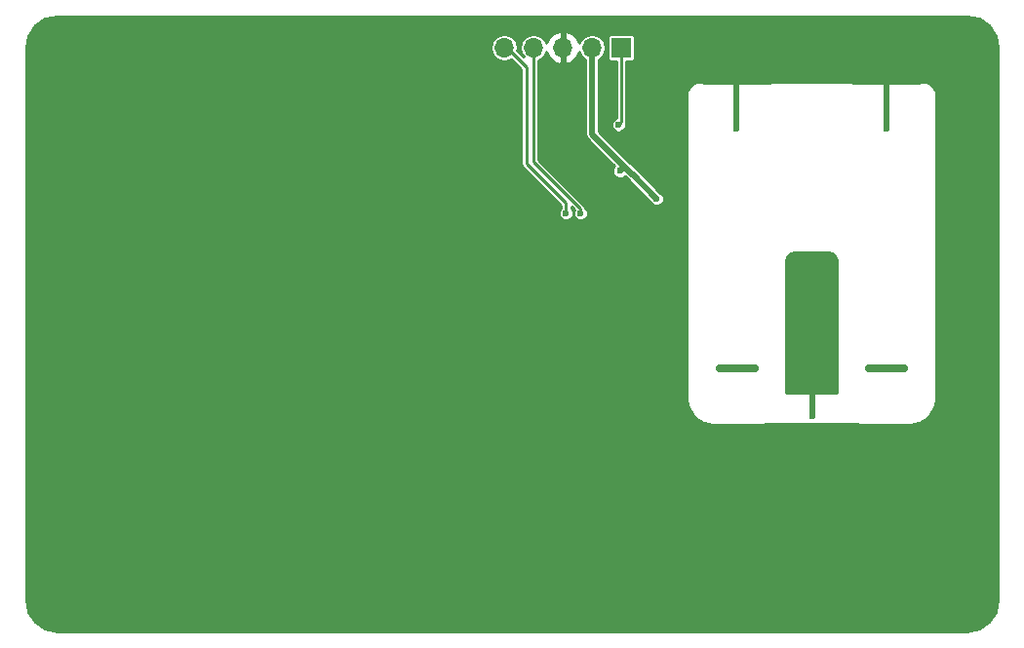
<source format=gbr>
G04 #@! TF.FileFunction,Copper,L2,Bot,Signal*
%FSLAX46Y46*%
G04 Gerber Fmt 4.6, Leading zero omitted, Abs format (unit mm)*
G04 Created by KiCad (PCBNEW 4.0.7) date 07/08/18 18:21:33*
%MOMM*%
%LPD*%
G01*
G04 APERTURE LIST*
%ADD10C,0.100000*%
%ADD11C,0.700000*%
%ADD12R,1.700000X1.700000*%
%ADD13O,1.700000X1.700000*%
%ADD14C,0.600000*%
%ADD15C,0.500000*%
%ADD16C,0.250000*%
%ADD17C,0.254000*%
G04 APERTURE END LIST*
D10*
D11*
X120531191Y-85883714D02*
X123578810Y-85883714D01*
X133517191Y-85883714D02*
X136564810Y-85883714D01*
D12*
X112000000Y-58000000D03*
D13*
X109460000Y-58000000D03*
X106920000Y-58000000D03*
X104380000Y-58000000D03*
X101840000Y-58000000D03*
D14*
X111887000Y-68707000D03*
X115062000Y-71120000D03*
X128587500Y-89979490D03*
X139906000Y-98933000D03*
X125698000Y-98933000D03*
X111887000Y-73025000D03*
X122000000Y-65000000D03*
X135000000Y-65000000D03*
X111760000Y-64719188D03*
X108458000Y-72390000D03*
X107188000Y-72390032D03*
D15*
X112268000Y-68326000D02*
X111887000Y-68707000D01*
D16*
X112186999Y-68407001D02*
X112268000Y-68326000D01*
D15*
X128587500Y-84391500D02*
X128587500Y-89999736D01*
D16*
X128587500Y-89999736D02*
X128587500Y-89979490D01*
D15*
X109460000Y-65518000D02*
X110998000Y-67056000D01*
X110998000Y-67056000D02*
X112014000Y-68072000D01*
X109460000Y-58000000D02*
X109460000Y-65518000D01*
X112014000Y-68072000D02*
X112268000Y-68326000D01*
X112268000Y-68326000D02*
X113030000Y-69088000D01*
X112902992Y-68960992D02*
X115062000Y-71120000D01*
X122000000Y-64374999D02*
X122000000Y-65000000D01*
X135000000Y-64300000D02*
X135000000Y-65000000D01*
X135000000Y-59300000D02*
X135000000Y-64300000D01*
D16*
X134600000Y-58900000D02*
X135000000Y-59300000D01*
D15*
X122000000Y-58900000D02*
X122000000Y-64374999D01*
D16*
X122000000Y-57000000D02*
X122000000Y-58900000D01*
X122000000Y-58900000D02*
X134600000Y-58900000D01*
X121380000Y-56380000D02*
X122000000Y-57000000D01*
X106920000Y-56380000D02*
X121380000Y-56380000D01*
X106920000Y-58000000D02*
X106920000Y-56380000D01*
X106920000Y-58000000D02*
X106920000Y-56797919D01*
X112000000Y-64479188D02*
X111760000Y-64719188D01*
X112000000Y-58000000D02*
X112000000Y-64479188D01*
X104380000Y-58000000D02*
X104380000Y-67931000D01*
X104380000Y-67931000D02*
X108458000Y-72009000D01*
X108458000Y-72009000D02*
X108458000Y-72390000D01*
X101840000Y-58000000D02*
X102069000Y-58000000D01*
X107188000Y-71501000D02*
X107188000Y-72390032D01*
X102069000Y-58000000D02*
X103759000Y-59690000D01*
X103759000Y-59690000D02*
X103759000Y-68072000D01*
X103759000Y-68072000D02*
X107188000Y-71501000D01*
D17*
G36*
X143030215Y-55512838D02*
X143903591Y-56096411D01*
X144487162Y-56969785D01*
X144698000Y-58029744D01*
X144698000Y-105970256D01*
X144487162Y-107030215D01*
X143903591Y-107903589D01*
X143030215Y-108487162D01*
X141970257Y-108698000D01*
X63029744Y-108698000D01*
X61969785Y-108487162D01*
X61096411Y-107903591D01*
X60512838Y-107030215D01*
X60302000Y-105970257D01*
X60302000Y-58029743D01*
X60312502Y-57976941D01*
X100663000Y-57976941D01*
X100663000Y-58023059D01*
X100752594Y-58473477D01*
X101007735Y-58855324D01*
X101389582Y-59110465D01*
X101840000Y-59200059D01*
X102290418Y-59110465D01*
X102440176Y-59010400D01*
X103307000Y-59877224D01*
X103307000Y-68072000D01*
X103341406Y-68244973D01*
X103439388Y-68391612D01*
X106736000Y-71688224D01*
X106736000Y-71955304D01*
X106656765Y-72034401D01*
X106561109Y-72264767D01*
X106560891Y-72514203D01*
X106656145Y-72744735D01*
X106832369Y-72921267D01*
X107062735Y-73016923D01*
X107312171Y-73017141D01*
X107542703Y-72921887D01*
X107719235Y-72745663D01*
X107814891Y-72515297D01*
X107815109Y-72265861D01*
X107719855Y-72035329D01*
X107640000Y-71955334D01*
X107640000Y-71830224D01*
X107902524Y-72092748D01*
X107831109Y-72264735D01*
X107830891Y-72514171D01*
X107926145Y-72744703D01*
X108102369Y-72921235D01*
X108332735Y-73016891D01*
X108582171Y-73017109D01*
X108812703Y-72921855D01*
X108989235Y-72745631D01*
X109084891Y-72515265D01*
X109085109Y-72265829D01*
X108989855Y-72035297D01*
X108896661Y-71941940D01*
X108875594Y-71836027D01*
X108777612Y-71689388D01*
X104832000Y-67743776D01*
X104832000Y-59109408D01*
X105212265Y-58855324D01*
X105467406Y-58473477D01*
X105487001Y-58374965D01*
X105724817Y-58881358D01*
X106153076Y-59271645D01*
X106563110Y-59441476D01*
X106793000Y-59320155D01*
X106793000Y-58127000D01*
X106773000Y-58127000D01*
X106773000Y-57873000D01*
X106793000Y-57873000D01*
X106793000Y-56679845D01*
X107047000Y-56679845D01*
X107047000Y-57873000D01*
X107067000Y-57873000D01*
X107067000Y-58127000D01*
X107047000Y-58127000D01*
X107047000Y-59320155D01*
X107276890Y-59441476D01*
X107686924Y-59271645D01*
X108115183Y-58881358D01*
X108352999Y-58374965D01*
X108372594Y-58473477D01*
X108627735Y-58855324D01*
X108883000Y-59025886D01*
X108883000Y-65517995D01*
X108882999Y-65518000D01*
X108926922Y-65738808D01*
X109051999Y-65926001D01*
X110589997Y-67463998D01*
X110589999Y-67464001D01*
X111416619Y-68290621D01*
X111355765Y-68351369D01*
X111260109Y-68581735D01*
X111259891Y-68831171D01*
X111355145Y-69061703D01*
X111531369Y-69238235D01*
X111761735Y-69333891D01*
X112011171Y-69334109D01*
X112241703Y-69238855D01*
X112303332Y-69177333D01*
X112494989Y-69368990D01*
X112494991Y-69368993D01*
X114480463Y-71354464D01*
X114530145Y-71474703D01*
X114706369Y-71651235D01*
X114936735Y-71746891D01*
X115186171Y-71747109D01*
X115416703Y-71651855D01*
X115593235Y-71475631D01*
X115688891Y-71245265D01*
X115689109Y-70995829D01*
X115593855Y-70765297D01*
X115417631Y-70588765D01*
X115296446Y-70538445D01*
X113310993Y-68552991D01*
X113310990Y-68552989D01*
X112676001Y-67917999D01*
X112675998Y-67917997D01*
X112422001Y-67663999D01*
X111406001Y-66647999D01*
X111405998Y-66647997D01*
X110037000Y-65278998D01*
X110037000Y-59025886D01*
X110292265Y-58855324D01*
X110547406Y-58473477D01*
X110637000Y-58023059D01*
X110637000Y-57976941D01*
X110547406Y-57526523D01*
X110295823Y-57150000D01*
X110816594Y-57150000D01*
X110816594Y-58850000D01*
X110839395Y-58971179D01*
X110911012Y-59082474D01*
X111020286Y-59157138D01*
X111150000Y-59183406D01*
X111548000Y-59183406D01*
X111548000Y-64128369D01*
X111405297Y-64187333D01*
X111228765Y-64363557D01*
X111133109Y-64593923D01*
X111132891Y-64843359D01*
X111228145Y-65073891D01*
X111404369Y-65250423D01*
X111634735Y-65346079D01*
X111884171Y-65346297D01*
X112114703Y-65251043D01*
X112291235Y-65074819D01*
X112386891Y-64844453D01*
X112387019Y-64697919D01*
X112417594Y-64652161D01*
X112429178Y-64593923D01*
X112452000Y-64479188D01*
X112452000Y-62000000D01*
X117698000Y-62000000D01*
X117698000Y-88500000D01*
X117703803Y-88529174D01*
X117703803Y-88558917D01*
X117856044Y-89324283D01*
X117856044Y-89324285D01*
X117901137Y-89433149D01*
X118334681Y-90081994D01*
X118334682Y-90081997D01*
X118418004Y-90165318D01*
X119066851Y-90598863D01*
X119175715Y-90643956D01*
X119175716Y-90643956D01*
X119941082Y-90796197D01*
X119970826Y-90796197D01*
X120000000Y-90802000D01*
X124000000Y-90802000D01*
X124029174Y-90796197D01*
X124058917Y-90796197D01*
X124653133Y-90678000D01*
X132346866Y-90678000D01*
X132941082Y-90796197D01*
X132970826Y-90796197D01*
X133000000Y-90802000D01*
X137000000Y-90802000D01*
X137029174Y-90796197D01*
X137058917Y-90796197D01*
X137824284Y-90643956D01*
X137824285Y-90643956D01*
X137933149Y-90598863D01*
X138581994Y-90165319D01*
X138581997Y-90165318D01*
X138665318Y-90081996D01*
X139098863Y-89433149D01*
X139143956Y-89324285D01*
X139143956Y-89324283D01*
X139296197Y-88558918D01*
X139296197Y-88529174D01*
X139302000Y-88500000D01*
X139302000Y-62000000D01*
X139296197Y-61970826D01*
X139296197Y-61941083D01*
X139239107Y-61654070D01*
X139239107Y-61654068D01*
X139223634Y-61616713D01*
X139194015Y-61545205D01*
X139194011Y-61545201D01*
X139031433Y-61301887D01*
X138948113Y-61218566D01*
X138704796Y-61055987D01*
X138704795Y-61055986D01*
X138641024Y-61029571D01*
X138595931Y-61010893D01*
X138595930Y-61010893D01*
X138308917Y-60953803D01*
X138191083Y-60953803D01*
X137904070Y-61010893D01*
X137904068Y-61010893D01*
X137866713Y-61026366D01*
X137795205Y-61055985D01*
X137795201Y-61055989D01*
X137769742Y-61073000D01*
X132230258Y-61073000D01*
X132204796Y-61055987D01*
X132204795Y-61055986D01*
X132141024Y-61029571D01*
X132095931Y-61010893D01*
X132095930Y-61010893D01*
X131808917Y-60953803D01*
X131779174Y-60953803D01*
X131750000Y-60948000D01*
X125250000Y-60948000D01*
X125220826Y-60953803D01*
X125191083Y-60953803D01*
X124904070Y-61010893D01*
X124904068Y-61010893D01*
X124866713Y-61026366D01*
X124795205Y-61055985D01*
X124795201Y-61055989D01*
X124769742Y-61073000D01*
X119230258Y-61073000D01*
X119204796Y-61055987D01*
X119204795Y-61055986D01*
X119141024Y-61029571D01*
X119095931Y-61010893D01*
X119095930Y-61010893D01*
X118808917Y-60953803D01*
X118691083Y-60953803D01*
X118404070Y-61010893D01*
X118404068Y-61010893D01*
X118366713Y-61026366D01*
X118295205Y-61055985D01*
X118295201Y-61055989D01*
X118051889Y-61218565D01*
X118051888Y-61218566D01*
X117968566Y-61301887D01*
X117805987Y-61545204D01*
X117805986Y-61545205D01*
X117800606Y-61558194D01*
X117760894Y-61654068D01*
X117760893Y-61654070D01*
X117703803Y-61941083D01*
X117703803Y-61970826D01*
X117698000Y-62000000D01*
X112452000Y-62000000D01*
X112452000Y-59183406D01*
X112850000Y-59183406D01*
X112971179Y-59160605D01*
X113082474Y-59088988D01*
X113157138Y-58979714D01*
X113183406Y-58850000D01*
X113183406Y-57150000D01*
X113160605Y-57028821D01*
X113088988Y-56917526D01*
X112979714Y-56842862D01*
X112850000Y-56816594D01*
X111150000Y-56816594D01*
X111028821Y-56839395D01*
X110917526Y-56911012D01*
X110842862Y-57020286D01*
X110816594Y-57150000D01*
X110295823Y-57150000D01*
X110292265Y-57144676D01*
X109910418Y-56889535D01*
X109460000Y-56799941D01*
X109009582Y-56889535D01*
X108627735Y-57144676D01*
X108372594Y-57526523D01*
X108352999Y-57625035D01*
X108115183Y-57118642D01*
X107686924Y-56728355D01*
X107276890Y-56558524D01*
X107047000Y-56679845D01*
X106793000Y-56679845D01*
X106563110Y-56558524D01*
X106153076Y-56728355D01*
X105724817Y-57118642D01*
X105487001Y-57625035D01*
X105467406Y-57526523D01*
X105212265Y-57144676D01*
X104830418Y-56889535D01*
X104380000Y-56799941D01*
X103929582Y-56889535D01*
X103547735Y-57144676D01*
X103292594Y-57526523D01*
X103203000Y-57976941D01*
X103203000Y-58023059D01*
X103292594Y-58473477D01*
X103515893Y-58807669D01*
X102969596Y-58261372D01*
X103017000Y-58023059D01*
X103017000Y-57976941D01*
X102927406Y-57526523D01*
X102672265Y-57144676D01*
X102290418Y-56889535D01*
X101840000Y-56799941D01*
X101389582Y-56889535D01*
X101007735Y-57144676D01*
X100752594Y-57526523D01*
X100663000Y-57976941D01*
X60312502Y-57976941D01*
X60512838Y-56969785D01*
X61096411Y-56096409D01*
X61969785Y-55512838D01*
X63029744Y-55302000D01*
X141970257Y-55302000D01*
X143030215Y-55512838D01*
X143030215Y-55512838D01*
G37*
X143030215Y-55512838D02*
X143903591Y-56096411D01*
X144487162Y-56969785D01*
X144698000Y-58029744D01*
X144698000Y-105970256D01*
X144487162Y-107030215D01*
X143903591Y-107903589D01*
X143030215Y-108487162D01*
X141970257Y-108698000D01*
X63029744Y-108698000D01*
X61969785Y-108487162D01*
X61096411Y-107903591D01*
X60512838Y-107030215D01*
X60302000Y-105970257D01*
X60302000Y-58029743D01*
X60312502Y-57976941D01*
X100663000Y-57976941D01*
X100663000Y-58023059D01*
X100752594Y-58473477D01*
X101007735Y-58855324D01*
X101389582Y-59110465D01*
X101840000Y-59200059D01*
X102290418Y-59110465D01*
X102440176Y-59010400D01*
X103307000Y-59877224D01*
X103307000Y-68072000D01*
X103341406Y-68244973D01*
X103439388Y-68391612D01*
X106736000Y-71688224D01*
X106736000Y-71955304D01*
X106656765Y-72034401D01*
X106561109Y-72264767D01*
X106560891Y-72514203D01*
X106656145Y-72744735D01*
X106832369Y-72921267D01*
X107062735Y-73016923D01*
X107312171Y-73017141D01*
X107542703Y-72921887D01*
X107719235Y-72745663D01*
X107814891Y-72515297D01*
X107815109Y-72265861D01*
X107719855Y-72035329D01*
X107640000Y-71955334D01*
X107640000Y-71830224D01*
X107902524Y-72092748D01*
X107831109Y-72264735D01*
X107830891Y-72514171D01*
X107926145Y-72744703D01*
X108102369Y-72921235D01*
X108332735Y-73016891D01*
X108582171Y-73017109D01*
X108812703Y-72921855D01*
X108989235Y-72745631D01*
X109084891Y-72515265D01*
X109085109Y-72265829D01*
X108989855Y-72035297D01*
X108896661Y-71941940D01*
X108875594Y-71836027D01*
X108777612Y-71689388D01*
X104832000Y-67743776D01*
X104832000Y-59109408D01*
X105212265Y-58855324D01*
X105467406Y-58473477D01*
X105487001Y-58374965D01*
X105724817Y-58881358D01*
X106153076Y-59271645D01*
X106563110Y-59441476D01*
X106793000Y-59320155D01*
X106793000Y-58127000D01*
X106773000Y-58127000D01*
X106773000Y-57873000D01*
X106793000Y-57873000D01*
X106793000Y-56679845D01*
X107047000Y-56679845D01*
X107047000Y-57873000D01*
X107067000Y-57873000D01*
X107067000Y-58127000D01*
X107047000Y-58127000D01*
X107047000Y-59320155D01*
X107276890Y-59441476D01*
X107686924Y-59271645D01*
X108115183Y-58881358D01*
X108352999Y-58374965D01*
X108372594Y-58473477D01*
X108627735Y-58855324D01*
X108883000Y-59025886D01*
X108883000Y-65517995D01*
X108882999Y-65518000D01*
X108926922Y-65738808D01*
X109051999Y-65926001D01*
X110589997Y-67463998D01*
X110589999Y-67464001D01*
X111416619Y-68290621D01*
X111355765Y-68351369D01*
X111260109Y-68581735D01*
X111259891Y-68831171D01*
X111355145Y-69061703D01*
X111531369Y-69238235D01*
X111761735Y-69333891D01*
X112011171Y-69334109D01*
X112241703Y-69238855D01*
X112303332Y-69177333D01*
X112494989Y-69368990D01*
X112494991Y-69368993D01*
X114480463Y-71354464D01*
X114530145Y-71474703D01*
X114706369Y-71651235D01*
X114936735Y-71746891D01*
X115186171Y-71747109D01*
X115416703Y-71651855D01*
X115593235Y-71475631D01*
X115688891Y-71245265D01*
X115689109Y-70995829D01*
X115593855Y-70765297D01*
X115417631Y-70588765D01*
X115296446Y-70538445D01*
X113310993Y-68552991D01*
X113310990Y-68552989D01*
X112676001Y-67917999D01*
X112675998Y-67917997D01*
X112422001Y-67663999D01*
X111406001Y-66647999D01*
X111405998Y-66647997D01*
X110037000Y-65278998D01*
X110037000Y-59025886D01*
X110292265Y-58855324D01*
X110547406Y-58473477D01*
X110637000Y-58023059D01*
X110637000Y-57976941D01*
X110547406Y-57526523D01*
X110295823Y-57150000D01*
X110816594Y-57150000D01*
X110816594Y-58850000D01*
X110839395Y-58971179D01*
X110911012Y-59082474D01*
X111020286Y-59157138D01*
X111150000Y-59183406D01*
X111548000Y-59183406D01*
X111548000Y-64128369D01*
X111405297Y-64187333D01*
X111228765Y-64363557D01*
X111133109Y-64593923D01*
X111132891Y-64843359D01*
X111228145Y-65073891D01*
X111404369Y-65250423D01*
X111634735Y-65346079D01*
X111884171Y-65346297D01*
X112114703Y-65251043D01*
X112291235Y-65074819D01*
X112386891Y-64844453D01*
X112387019Y-64697919D01*
X112417594Y-64652161D01*
X112429178Y-64593923D01*
X112452000Y-64479188D01*
X112452000Y-62000000D01*
X117698000Y-62000000D01*
X117698000Y-88500000D01*
X117703803Y-88529174D01*
X117703803Y-88558917D01*
X117856044Y-89324283D01*
X117856044Y-89324285D01*
X117901137Y-89433149D01*
X118334681Y-90081994D01*
X118334682Y-90081997D01*
X118418004Y-90165318D01*
X119066851Y-90598863D01*
X119175715Y-90643956D01*
X119175716Y-90643956D01*
X119941082Y-90796197D01*
X119970826Y-90796197D01*
X120000000Y-90802000D01*
X124000000Y-90802000D01*
X124029174Y-90796197D01*
X124058917Y-90796197D01*
X124653133Y-90678000D01*
X132346866Y-90678000D01*
X132941082Y-90796197D01*
X132970826Y-90796197D01*
X133000000Y-90802000D01*
X137000000Y-90802000D01*
X137029174Y-90796197D01*
X137058917Y-90796197D01*
X137824284Y-90643956D01*
X137824285Y-90643956D01*
X137933149Y-90598863D01*
X138581994Y-90165319D01*
X138581997Y-90165318D01*
X138665318Y-90081996D01*
X139098863Y-89433149D01*
X139143956Y-89324285D01*
X139143956Y-89324283D01*
X139296197Y-88558918D01*
X139296197Y-88529174D01*
X139302000Y-88500000D01*
X139302000Y-62000000D01*
X139296197Y-61970826D01*
X139296197Y-61941083D01*
X139239107Y-61654070D01*
X139239107Y-61654068D01*
X139223634Y-61616713D01*
X139194015Y-61545205D01*
X139194011Y-61545201D01*
X139031433Y-61301887D01*
X138948113Y-61218566D01*
X138704796Y-61055987D01*
X138704795Y-61055986D01*
X138641024Y-61029571D01*
X138595931Y-61010893D01*
X138595930Y-61010893D01*
X138308917Y-60953803D01*
X138191083Y-60953803D01*
X137904070Y-61010893D01*
X137904068Y-61010893D01*
X137866713Y-61026366D01*
X137795205Y-61055985D01*
X137795201Y-61055989D01*
X137769742Y-61073000D01*
X132230258Y-61073000D01*
X132204796Y-61055987D01*
X132204795Y-61055986D01*
X132141024Y-61029571D01*
X132095931Y-61010893D01*
X132095930Y-61010893D01*
X131808917Y-60953803D01*
X131779174Y-60953803D01*
X131750000Y-60948000D01*
X125250000Y-60948000D01*
X125220826Y-60953803D01*
X125191083Y-60953803D01*
X124904070Y-61010893D01*
X124904068Y-61010893D01*
X124866713Y-61026366D01*
X124795205Y-61055985D01*
X124795201Y-61055989D01*
X124769742Y-61073000D01*
X119230258Y-61073000D01*
X119204796Y-61055987D01*
X119204795Y-61055986D01*
X119141024Y-61029571D01*
X119095931Y-61010893D01*
X119095930Y-61010893D01*
X118808917Y-60953803D01*
X118691083Y-60953803D01*
X118404070Y-61010893D01*
X118404068Y-61010893D01*
X118366713Y-61026366D01*
X118295205Y-61055985D01*
X118295201Y-61055989D01*
X118051889Y-61218565D01*
X118051888Y-61218566D01*
X117968566Y-61301887D01*
X117805987Y-61545204D01*
X117805986Y-61545205D01*
X117800606Y-61558194D01*
X117760894Y-61654068D01*
X117760893Y-61654070D01*
X117703803Y-61941083D01*
X117703803Y-61970826D01*
X117698000Y-62000000D01*
X112452000Y-62000000D01*
X112452000Y-59183406D01*
X112850000Y-59183406D01*
X112971179Y-59160605D01*
X113082474Y-59088988D01*
X113157138Y-58979714D01*
X113183406Y-58850000D01*
X113183406Y-57150000D01*
X113160605Y-57028821D01*
X113088988Y-56917526D01*
X112979714Y-56842862D01*
X112850000Y-56816594D01*
X111150000Y-56816594D01*
X111028821Y-56839395D01*
X110917526Y-56911012D01*
X110842862Y-57020286D01*
X110816594Y-57150000D01*
X110295823Y-57150000D01*
X110292265Y-57144676D01*
X109910418Y-56889535D01*
X109460000Y-56799941D01*
X109009582Y-56889535D01*
X108627735Y-57144676D01*
X108372594Y-57526523D01*
X108352999Y-57625035D01*
X108115183Y-57118642D01*
X107686924Y-56728355D01*
X107276890Y-56558524D01*
X107047000Y-56679845D01*
X106793000Y-56679845D01*
X106563110Y-56558524D01*
X106153076Y-56728355D01*
X105724817Y-57118642D01*
X105487001Y-57625035D01*
X105467406Y-57526523D01*
X105212265Y-57144676D01*
X104830418Y-56889535D01*
X104380000Y-56799941D01*
X103929582Y-56889535D01*
X103547735Y-57144676D01*
X103292594Y-57526523D01*
X103203000Y-57976941D01*
X103203000Y-58023059D01*
X103292594Y-58473477D01*
X103515893Y-58807669D01*
X102969596Y-58261372D01*
X103017000Y-58023059D01*
X103017000Y-57976941D01*
X102927406Y-57526523D01*
X102672265Y-57144676D01*
X102290418Y-56889535D01*
X101840000Y-56799941D01*
X101389582Y-56889535D01*
X101007735Y-57144676D01*
X100752594Y-57526523D01*
X100663000Y-57976941D01*
X60312502Y-57976941D01*
X60512838Y-56969785D01*
X61096411Y-56096409D01*
X61969785Y-55512838D01*
X63029744Y-55302000D01*
X141970257Y-55302000D01*
X143030215Y-55512838D01*
G36*
X130264848Y-75860598D02*
X130489377Y-76010623D01*
X130639402Y-76235152D01*
X130698000Y-76529743D01*
X130698000Y-87973000D01*
X126302000Y-87973000D01*
X126302000Y-76529743D01*
X126360598Y-76235152D01*
X126510623Y-76010623D01*
X126735152Y-75860598D01*
X127029743Y-75802000D01*
X129970257Y-75802000D01*
X130264848Y-75860598D01*
X130264848Y-75860598D01*
G37*
X130264848Y-75860598D02*
X130489377Y-76010623D01*
X130639402Y-76235152D01*
X130698000Y-76529743D01*
X130698000Y-87973000D01*
X126302000Y-87973000D01*
X126302000Y-76529743D01*
X126360598Y-76235152D01*
X126510623Y-76010623D01*
X126735152Y-75860598D01*
X127029743Y-75802000D01*
X129970257Y-75802000D01*
X130264848Y-75860598D01*
M02*

</source>
